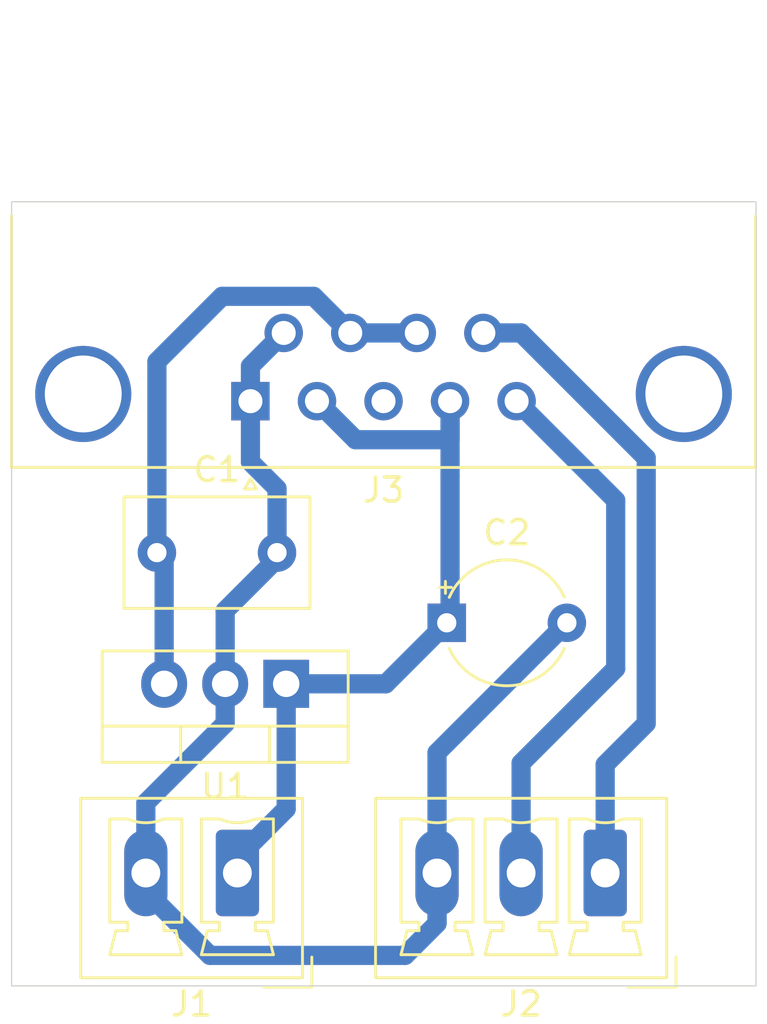
<source format=kicad_pcb>
(kicad_pcb (version 20240108) (generator "pcbnew") (generator_version "8.0")
  (layers (0 "F.Cu" signal) (31 "B.Cu" signal) (34 "B.Paste" user) (35 "F.Paste" user) (36 "B.SilkS" user "B.Silkscreen") (37 "F.SilkS" user "F.Silkscreen") (38 "B.Mask" user) (39 "F.Mask" user) (44 "Edge.Cuts" user))
  (net 0 "")
  (net 1 "Net-(U1-VO)")
  (net 3 "Net-(J1-Pin_2)")
  (net 4 "Net-(J1-Pin_1)")
  (net 5 "Net-(J2-Pin_2)")
  (net 6 "Net-(J2-Pin_1)")
  (footprint "Connector_Phoenix_MC:PhoenixContact_MCV_1,5_3-G-3.5_1x03_P3.50mm_Vertical" (layer "F.Cu") (at 152.217 100.457 180)
    (property "Reference" "J2" (at 3.5 -5.45 360) (layer "F.SilkS"))
    (property "Value" "Conn_01x03_Socket")
    (fp_line (start 9.56 3.11) (end 9.56 -4.36) (stroke (width 0.12)) (layer "F.SilkS"))
    (fp_line (start 9.56 -4.36) (end -2.56 -4.36) (stroke (width 0.12)) (layer "F.SilkS"))
    (fp_line (start 8.5 2.25) (end 7.75 2.25) (stroke (width 0.12)) (layer "F.SilkS"))
    (fp_line (start 8.5 -2.05) (end 8.5 2.25) (stroke (width 0.12)) (layer "F.SilkS"))
    (fp_line (start 8.5 -3.4) (end 8.25 -2.4) (stroke (width 0.12)) (layer "F.SilkS"))
    (fp_line (start 8.25 -2.4) (end 7.75 -2.4) (stroke (width 0.12)) (layer "F.SilkS"))
    (fp_line (start 7.75 -2.05) (end 8.5 -2.05) (stroke (width 0.12)) (layer "F.SilkS"))
    (fp_line (start 7.75 -2.4) (end 7.75 -2.05) (stroke (width 0.12)) (layer "F.SilkS"))
    (fp_line (start 6.25 2.25) (end 5.5 2.25) (stroke (width 0.12)) (layer "F.SilkS"))
    (fp_line (start 6.25 -2.05) (end 6.25 -2.4) (stroke (width 0.12)) (layer "F.SilkS"))
    (fp_line (start 6.25 -2.4) (end 5.75 -2.4) (stroke (width 0.12)) (layer "F.SilkS"))
    (fp_line (start 5.75 -2.4) (end 5.5 -3.4) (stroke (width 0.12)) (layer "F.SilkS"))
    (fp_line (start 5.5 2.25) (end 5.5 -2.05) (stroke (width 0.12)) (layer "F.SilkS"))
    (fp_line (start 5.5 -2.05) (end 6.25 -2.05) (stroke (width 0.12)) (layer "F.SilkS"))
    (fp_line (start 5.5 -3.4) (end 8.5 -3.4) (stroke (width 0.12)) (layer "F.SilkS"))
    (fp_line (start 5 2.25) (end 4.25 2.25) (stroke (width 0.12)) (layer "F.SilkS"))
    (fp_line (start 5 -2.05) (end 5 2.25) (stroke (width 0.12)) (layer "F.SilkS"))
    (fp_line (start 5 -3.4) (end 4.75 -2.4) (stroke (width 0.12)) (layer "F.SilkS"))
    (fp_line (start 4.75 -2.4) (end 4.25 -2.4) (stroke (width 0.12)) (layer "F.SilkS"))
    (fp_line (start 4.25 -2.05) (end 5 -2.05) (stroke (width 0.12)) (layer "F.SilkS"))
    (fp_line (start 4.25 -2.4) (end 4.25 -2.05) (stroke (width 0.12)) (layer "F.SilkS"))
    (fp_line (start 2.75 2.25) (end 2 2.25) (stroke (width 0.12)) (layer "F.SilkS"))
    (fp_line (start 2.75 -2.05) (end 2.75 -2.4) (stroke (width 0.12)) (layer "F.SilkS"))
    (fp_line (start 2.75 -2.4) (end 2.25 -2.4) (stroke (width 0.12)) (layer "F.SilkS"))
    (fp_line (start 2.25 -2.4) (end 2 -3.4) (stroke (width 0.12)) (layer "F.SilkS"))
    (fp_line (start 2 2.25) (end 2 -2.05) (stroke (width 0.12)) (layer "F.SilkS"))
    (fp_line (start 2 -2.05) (end 2.75 -2.05) (stroke (width 0.12)) (layer "F.SilkS"))
    (fp_line (start 2 -3.4) (end 5 -3.4) (stroke (width 0.12)) (layer "F.SilkS"))
    (fp_line (start 1.5 2.25) (end 0.75 2.25) (stroke (width 0.12)) (layer "F.SilkS"))
    (fp_line (start 1.5 -2.05) (end 1.5 2.25) (stroke (width 0.12)) (layer "F.SilkS"))
    (fp_line (start 1.5 -3.4) (end 1.25 -2.4) (stroke (width 0.12)) (layer "F.SilkS"))
    (fp_line (start 1.25 -2.4) (end 0.75 -2.4) (stroke (width 0.12)) (layer "F.SilkS"))
    (fp_line (start 0.75 -2.05) (end 1.5 -2.05) (stroke (width 0.12)) (layer "F.SilkS"))
    (fp_line (start 0.75 -2.4) (end 0.75 -2.05) (stroke (width 0.12)) (layer "F.SilkS"))
    (fp_line (start -0.75 2.25) (end -1.5 2.25) (stroke (width 0.12)) (layer "F.SilkS"))
    (fp_line (start -0.75 -2.05) (end -0.75 -2.4) (stroke (width 0.12)) (layer "F.SilkS"))
    (fp_line (start -0.75 -2.4) (end -1.25 -2.4) (stroke (width 0.12)) (layer "F.SilkS"))
    (fp_line (start -1.25 -2.4) (end -1.5 -3.4) (stroke (width 0.12)) (layer "F.SilkS"))
    (fp_line (start -1.5 2.25) (end -1.5 -2.05) (stroke (width 0.12)) (layer "F.SilkS"))
    (fp_line (start -1.5 -2.05) (end -0.75 -2.05) (stroke (width 0.12)) (layer "F.SilkS"))
    (fp_line (start -1.5 -3.4) (end 1.5 -3.4) (stroke (width 0.12)) (layer "F.SilkS"))
    (fp_line (start -2.56 3.11) (end 9.56 3.11) (stroke (width 0.12)) (layer "F.SilkS"))
    (fp_line (start -2.56 -4.36) (end -2.56 3.11) (stroke (width 0.12)) (layer "F.SilkS"))
    (fp_line (start -2.95 -3.5) (end -2.95 -4.75) (stroke (width 0.12)) (layer "F.SilkS"))
    (fp_line (start -2.95 -4.75) (end -0.95 -4.75) (stroke (width 0.12)) (layer "F.SilkS"))
    (fp_arc (start 6.25 2.25) (mid 6.999807 2.09191) (end 7.749647 2.249844) (stroke (width 0.12)) (layer "F.SilkS"))
    (fp_arc (start 2.75 2.25) (mid 3.499807 2.09191) (end 4.249647 2.249844) (stroke (width 0.12)) (layer "F.SilkS"))
    (fp_arc (start -0.75 2.25) (mid -0.000193 2.09191) (end 0.749647 2.249844) (stroke (width 0.12)) (layer "F.SilkS"))
    (pad "1" thru_hole roundrect (at 0 0 180) (size 1.8 3.6) (drill 1.2) (layers "*.Cu" "*.Mask") (roundrect_rratio 0.138889) (net 6 "Net-(J2-Pin_1)"))
    (pad "2" thru_hole oval (at 3.5 0 180) (size 1.8 3.6) (drill 1.2) (layers "*.Cu" "*.Mask") (net 5 "Net-(J2-Pin_2)"))
    (pad "3" thru_hole oval (at 7 0 180) (size 1.8 3.6) (drill 1.2) (layers "*.Cu" "*.Mask") (net 3 "Net-(J1-Pin_2)"))
  )
  (footprint "Capacitor_THT:CP_Radial_Tantal_D5.0mm_P5.00mm" (layer "F.Cu") (at 145.622 90.043)
    (property "Reference" "C2" (at 2.5 -3.75 0) (layer "F.SilkS"))
    (property "Value" "C_Polarized")
    (fp_line (start -0.304775 -1.475) (end 0.195225 -1.475) (stroke (width 0.12)) (layer "F.SilkS"))
    (fp_line (start -0.054775 -1.725) (end -0.054775 -1.225) (stroke (width 0.12)) (layer "F.SilkS"))
    (fp_arc (start 0.104003 -1.06) (mid 2.5 -2.62) (end 4.895997 -1.06) (stroke (width 0.12)) (layer "F.SilkS"))
    (fp_arc (start 4.895997 1.06) (mid 2.5 2.62) (end 0.104003 1.06) (stroke (width 0.12)) (layer "F.SilkS"))
    (pad "1" thru_hole rect (at 0 0) (size 1.6 1.6) (drill 0.8) (layers "*.Cu" "*.Mask") (net 4 "Net-(J1-Pin_1)"))
    (pad "2" thru_hole circle (at 5 0) (size 1.6 1.6) (drill 0.8) (layers "*.Cu" "*.Mask") (net 3 "Net-(J1-Pin_2)"))
  )
  (footprint "Connector_Dsub:DSUB-9_Female_Horizontal_P2.77x2.84mm_EdgePinOffset4.94mm_Housed_MountingHolesOffset7.48mm" (layer "F.Cu") (at 137.45 80.818 180)
    (property "Reference" "J3" (at -5.54 -3.7 360) (layer "F.SilkS"))
    (property "Value" "DE9_Receptacle")
    (fp_line (start 9.945 -2.76) (end 9.945 7.72) (stroke (width 0.12)) (layer "F.SilkS"))
    (fp_line (start 0.25 -3.654338) (end 0 -3.221325) (stroke (width 0.12)) (layer "F.SilkS"))
    (fp_line (start 0 -3.221325) (end -0.25 -3.654338) (stroke (width 0.12)) (layer "F.SilkS"))
    (fp_line (start -0.25 -3.654338) (end 0.25 -3.654338) (stroke (width 0.12)) (layer "F.SilkS"))
    (fp_line (start -21.025 7.72) (end -21.025 -2.76) (stroke (width 0.12)) (layer "F.SilkS"))
    (fp_line (start -21.025 -2.76) (end 9.945 -2.76) (stroke (width 0.12)) (layer "F.SilkS"))
    (pad "0" thru_hole circle (at -18.04 0.3 180) (size 4 4) (drill 3.2) (layers "*.Cu" "*.Mask"))
    (pad "0" thru_hole circle (at 6.96 0.3 180) (size 4 4) (drill 3.2) (layers "*.Cu" "*.Mask"))
    (pad "1" thru_hole rect (at 0 0 180) (size 1.6 1.6) (drill 1) (layers "*.Cu" "*.Mask") (net 3 "Net-(J1-Pin_2)"))
    (pad "2" thru_hole circle (at -2.77 0 180) (size 1.6 1.6) (drill 1) (layers "*.Cu" "*.Mask") (net 4 "Net-(J1-Pin_1)"))
    (pad "3" thru_hole circle (at -5.54 0 180) (size 1.6 1.6) (drill 1) (layers "*.Cu" "*.Mask"))
    (pad "4" thru_hole circle (at -8.31 0 180) (size 1.6 1.6) (drill 1) (layers "*.Cu" "*.Mask") (net 4 "Net-(J1-Pin_1)"))
    (pad "5" thru_hole circle (at -11.08 0 180) (size 1.6 1.6) (drill 1) (layers "*.Cu" "*.Mask") (net 5 "Net-(J2-Pin_2)"))
    (pad "6" thru_hole circle (at -1.385 2.84 180) (size 1.6 1.6) (drill 1) (layers "*.Cu" "*.Mask") (net 3 "Net-(J1-Pin_2)"))
    (pad "7" thru_hole circle (at -4.155 2.84 180) (size 1.6 1.6) (drill 1) (layers "*.Cu" "*.Mask") (net 1 "Net-(U1-VO)"))
    (pad "8" thru_hole circle (at -6.925 2.84 180) (size 1.6 1.6) (drill 1) (layers "*.Cu" "*.Mask") (net 1 "Net-(U1-VO)"))
    (pad "9" thru_hole circle (at -9.695 2.84 180) (size 1.6 1.6) (drill 1) (layers "*.Cu" "*.Mask") (net 6 "Net-(J2-Pin_1)"))
  )
  (footprint "Package_TO_SOT_THT:TO-220-3_Vertical" (layer "F.Cu") (at 138.938 92.583 180)
    (property "Reference" "U1" (at 2.54 -4.27 360) (layer "F.SilkS"))
    (property "Value" "LM7805_TO220")
    (fp_line (start 7.66 -3.27) (end 7.66 1.371) (stroke (width 0.12)) (layer "F.SilkS"))
    (fp_line (start 4.391 -3.27) (end 4.391 -1.76) (stroke (width 0.12)) (layer "F.SilkS"))
    (fp_line (start 0.69 -3.27) (end 0.69 -1.76) (stroke (width 0.12)) (layer "F.SilkS"))
    (fp_line (start -2.58 1.371) (end 7.66 1.371) (stroke (width 0.12)) (layer "F.SilkS"))
    (fp_line (start -2.58 -1.76) (end 7.66 -1.76) (stroke (width 0.12)) (layer "F.SilkS"))
    (fp_line (start -2.58 -3.27) (end 7.66 -3.27) (stroke (width 0.12)) (layer "F.SilkS"))
    (fp_line (start -2.58 -3.27) (end -2.58 1.371) (stroke (width 0.12)) (layer "F.SilkS"))
    (pad "1" thru_hole rect (at 0 0 180) (size 1.905 2) (drill 1.1) (layers "*.Cu" "*.Mask") (net 4 "Net-(J1-Pin_1)"))
    (pad "2" thru_hole oval (at 2.54 0 180) (size 1.905 2) (drill 1.1) (layers "*.Cu" "*.Mask") (net 3 "Net-(J1-Pin_2)"))
    (pad "3" thru_hole oval (at 5.08 0 180) (size 1.905 2) (drill 1.1) (layers "*.Cu" "*.Mask") (net 1 "Net-(U1-VO)"))
  )
  (footprint "Capacitor_THT:C_Disc_D7.5mm_W4.4mm_P5.00mm" (layer "F.Cu") (at 133.557 87.122)
    (property "Reference" "C1" (at 2.5 -3.45 0) (layer "F.SilkS"))
    (property "Value" "C")
    (fp_line (start -1.37 -2.321) (end -1.37 2.321) (stroke (width 0.12)) (layer "F.SilkS"))
    (fp_line (start -1.37 -2.321) (end 6.37 -2.321) (stroke (width 0.12)) (layer "F.SilkS"))
    (fp_line (start -1.37 2.321) (end 6.37 2.321) (stroke (width 0.12)) (layer "F.SilkS"))
    (fp_line (start 6.37 -2.321) (end 6.37 2.321) (stroke (width 0.12)) (layer "F.SilkS"))
    (pad "1" thru_hole circle (at 0 0) (size 1.6 1.6) (drill 0.8) (layers "*.Cu" "*.Mask") (net 1 "Net-(U1-VO)"))
    (pad "2" thru_hole circle (at 5 0) (size 1.6 1.6) (drill 0.8) (layers "*.Cu" "*.Mask") (net 3 "Net-(J1-Pin_2)"))
  )
  (footprint "Connector_Phoenix_MC:PhoenixContact_MCV_1,5_2-G-3.81_1x02_P3.81mm_Vertical" (layer "F.Cu") (at 136.906 100.457 180)
    (property "Reference" "J1" (at 1.9 -5.45 360) (layer "F.SilkS"))
    (property "Value" "Conn_01x02_Socket")
    (fp_line (start 6.52 3.11) (end 6.52 -4.36) (stroke (width 0.12)) (layer "F.SilkS"))
    (fp_line (start 6.52 -4.36) (end -2.71 -4.36) (stroke (width 0.12)) (layer "F.SilkS"))
    (fp_line (start 5.31 2.25) (end 4.56 2.25) (stroke (width 0.12)) (layer "F.SilkS"))
    (fp_line (start 5.31 -2.05) (end 5.31 2.25) (stroke (width 0.12)) (layer "F.SilkS"))
    (fp_line (start 5.31 -3.4) (end 5.06 -2.4) (stroke (width 0.12)) (layer "F.SilkS"))
    (fp_line (start 5.06 -2.4) (end 4.56 -2.4) (stroke (width 0.12)) (layer "F.SilkS"))
    (fp_line (start 4.56 -2.05) (end 5.31 -2.05) (stroke (width 0.12)) (layer "F.SilkS"))
    (fp_line (start 4.56 -2.4) (end 4.56 -2.05) (stroke (width 0.12)) (layer "F.SilkS"))
    (fp_line (start 3.06 2.25) (end 2.31 2.25) (stroke (width 0.12)) (layer "F.SilkS"))
    (fp_line (start 3.06 -2.05) (end 3.06 -2.4) (stroke (width 0.12)) (layer "F.SilkS"))
    (fp_line (start 3.06 -2.4) (end 2.56 -2.4) (stroke (width 0.12)) (layer "F.SilkS"))
    (fp_line (start 2.56 -2.4) (end 2.31 -3.4) (stroke (width 0.12)) (layer "F.SilkS"))
    (fp_line (start 2.31 2.25) (end 2.31 -2.05) (stroke (width 0.12)) (layer "F.SilkS"))
    (fp_line (start 2.31 -2.05) (end 3.06 -2.05) (stroke (width 0.12)) (layer "F.SilkS"))
    (fp_line (start 2.31 -3.4) (end 5.31 -3.4) (stroke (width 0.12)) (layer "F.SilkS"))
    (fp_line (start 1.5 2.25) (end 0.75 2.25) (stroke (width 0.12)) (layer "F.SilkS"))
    (fp_line (start 1.5 -2.05) (end 1.5 2.25) (stroke (width 0.12)) (layer "F.SilkS"))
    (fp_line (start 1.5 -3.4) (end 1.25 -2.4) (stroke (width 0.12)) (layer "F.SilkS"))
    (fp_line (start 1.25 -2.4) (end 0.75 -2.4) (stroke (width 0.12)) (layer "F.SilkS"))
    (fp_line (start 0.75 -2.05) (end 1.5 -2.05) (stroke (width 0.12)) (layer "F.SilkS"))
    (fp_line (start 0.75 -2.4) (end 0.75 -2.05) (stroke (width 0.12)) (layer "F.SilkS"))
    (fp_line (start -0.75 2.25) (end -1.5 2.25) (stroke (width 0.12)) (layer "F.SilkS"))
    (fp_line (start -0.75 -2.05) (end -0.75 -2.4) (stroke (width 0.12)) (layer "F.SilkS"))
    (fp_line (start -0.75 -2.4) (end -1.25 -2.4) (stroke (width 0.12)) (layer "F.SilkS"))
    (fp_line (start -1.25 -2.4) (end -1.5 -3.4) (stroke (width 0.12)) (layer "F.SilkS"))
    (fp_line (start -1.5 2.25) (end -1.5 -2.05) (stroke (width 0.12)) (layer "F.SilkS"))
    (fp_line (start -1.5 -2.05) (end -0.75 -2.05) (stroke (width 0.12)) (layer "F.SilkS"))
    (fp_line (start -1.5 -3.4) (end 1.5 -3.4) (stroke (width 0.12)) (layer "F.SilkS"))
    (fp_line (start -2.71 3.11) (end 6.52 3.11) (stroke (width 0.12)) (layer "F.SilkS"))
    (fp_line (start -2.71 -4.36) (end -2.71 3.11) (stroke (width 0.12)) (layer "F.SilkS"))
    (fp_line (start -3.1 -3.5) (end -3.1 -4.75) (stroke (width 0.12)) (layer "F.SilkS"))
    (fp_line (start -3.1 -4.75) (end -1.1 -4.75) (stroke (width 0.12)) (layer "F.SilkS"))
    (fp_arc (start 3.06 2.25) (mid 3.809807 2.09191) (end 4.559647 2.249844) (stroke (width 0.12)) (layer "F.SilkS"))
    (fp_arc (start -0.75 2.25) (mid -0.000193 2.09191) (end 0.749647 2.249844) (stroke (width 0.12)) (layer "F.SilkS"))
    (pad "1" thru_hole roundrect (at 0 0 180) (size 1.8 3.6) (drill 1.2) (layers "*.Cu" "*.Mask") (roundrect_rratio 0.138889) (net 4 "Net-(J1-Pin_1)"))
    (pad "2" thru_hole oval (at 3.81 0 180) (size 1.8 3.6) (drill 1.2) (layers "*.Cu" "*.Mask") (net 3 "Net-(J1-Pin_2)"))
  )
  (gr_rect (start 127.508 72.517) (end 158.496 105.156) (stroke (width 0.05)) (fill none) (layer "Edge.Cuts"))
  (segment (start 144.375 77.978) (end 141.605 77.978) (width 0.8) (layer "B.Cu") (net 1))
  (segment (start 133.557 79.168) (end 133.557 87.122) (width 0.8) (layer "B.Cu") (net 1))
  (segment (start 136.271 76.454) (end 133.557 79.168) (width 0.8) (layer "B.Cu") (net 1))
  (segment (start 141.605 77.978) (end 140.081 76.454) (width 0.8) (layer "B.Cu") (net 1))
  (segment (start 133.858 92.583) (end 133.858 87.423) (width 0.8) (layer "B.Cu") (net 1))
  (segment (start 140.081 76.454) (end 136.271 76.454) (width 0.8) (layer "B.Cu") (net 1))
  (segment (start 133.858 87.423) (end 133.557 87.122) (width 0.8) (layer "B.Cu") (net 1))
  (segment (start 143.891 103.886) (end 145.217 102.56) (width 0.8) (layer "B.Cu") (net 3))
  (segment (start 137.45 83.348) (end 138.557 84.455) (width 0.8) (layer "B.Cu") (net 3))
  (segment (start 145.217 100.457) (end 145.217 95.448) (width 0.8) (layer "B.Cu") (net 3))
  (segment (start 135.763 103.886) (end 143.891 103.886) (width 0.8) (layer "B.Cu") (net 3))
  (segment (start 137.45 79.363) (end 137.45 80.818) (width 0.8) (layer "B.Cu") (net 3))
  (segment (start 138.557 84.455) (end 138.557 87.122) (width 0.8) (layer "B.Cu") (net 3))
  (segment (start 137.45 80.818) (end 137.45 83.348) (width 0.8) (layer "B.Cu") (net 3))
  (segment (start 138.557 87.376) (end 136.398 89.535) (width 0.8) (layer "B.Cu") (net 3))
  (segment (start 138.835 77.978) (end 137.45 79.363) (width 0.8) (layer "B.Cu") (net 3))
  (segment (start 145.217 95.448) (end 150.622 90.043) (width 0.8) (layer "B.Cu") (net 3))
  (segment (start 133.096 100.457) (end 133.096 101.219) (width 0.8) (layer "B.Cu") (net 3))
  (segment (start 145.217 102.545) (end 145.217 100.457) (width 0.8) (layer "B.Cu") (net 3))
  (segment (start 133.096 100.457) (end 133.096 97.536) (width 0.8) (layer "B.Cu") (net 3))
  (segment (start 133.096 97.536) (end 136.398 94.234) (width 0.8) (layer "B.Cu") (net 3))
  (segment (start 133.096 101.219) (end 135.763 103.886) (width 0.8) (layer "B.Cu") (net 3))
  (segment (start 145.217 102.56) (end 145.217 100.457) (width 0.8) (layer "B.Cu") (net 3))
  (segment (start 136.398 89.535) (end 136.398 92.583) (width 0.8) (layer "B.Cu") (net 3))
  (segment (start 136.398 94.234) (end 136.398 92.583) (width 0.8) (layer "B.Cu") (net 3))
  (segment (start 138.557 87.122) (end 138.557 87.376) (width 0.8) (layer "B.Cu") (net 3))
  (segment (start 138.938 97.79) (end 138.938 92.583) (width 0.8) (layer "B.Cu") (net 4))
  (segment (start 145.76 80.818) (end 145.76 83.947) (width 0.8) (layer "B.Cu") (net 4))
  (segment (start 136.906 100.457) (end 136.906 99.822) (width 0.8) (layer "B.Cu") (net 4))
  (segment (start 138.938 92.583) (end 143.082 92.583) (width 0.8) (layer "B.Cu") (net 4))
  (segment (start 145.76 83.947) (end 145.76 89.905) (width 0.8) (layer "B.Cu") (net 4))
  (segment (start 145.76 82.423) (end 145.76 80.818) (width 0.8) (layer "B.Cu") (net 4))
  (segment (start 141.825 82.423) (end 145.76 82.423) (width 0.8) (layer "B.Cu") (net 4))
  (segment (start 145.76 89.905) (end 145.622 90.043) (width 0.8) (layer "B.Cu") (net 4))
  (segment (start 136.906 99.822) (end 138.938 97.79) (width 0.8) (layer "B.Cu") (net 4))
  (segment (start 140.22 80.818) (end 141.825 82.423) (width 0.8) (layer "B.Cu") (net 4))
  (segment (start 143.082 92.583) (end 145.622 90.043) (width 0.8) (layer "B.Cu") (net 4))
  (segment (start 148.717 95.885) (end 152.654 91.948) (width 0.8) (layer "B.Cu") (net 5))
  (segment (start 152.654 91.948) (end 152.654 84.942) (width 0.8) (layer "B.Cu") (net 5))
  (segment (start 152.654 84.942) (end 148.53 80.818) (width 0.8) (layer "B.Cu") (net 5))
  (segment (start 148.717 100.457) (end 148.717 95.885) (width 0.8) (layer "B.Cu") (net 5))
  (segment (start 152.217 95.941) (end 152.217 100.457) (width 0.8) (layer "B.Cu") (net 6))
  (segment (start 147.145 77.978) (end 148.717 77.978) (width 0.8) (layer "B.Cu") (net 6))
  (segment (start 153.924 94.234) (end 152.217 95.941) (width 0.8) (layer "B.Cu") (net 6))
  (segment (start 153.924 83.185) (end 153.924 94.234) (width 0.8) (layer "B.Cu") (net 6))
  (segment (start 148.717 77.978) (end 153.924 83.185) (width 0.8) (layer "B.Cu") (net 6))
)
</source>
